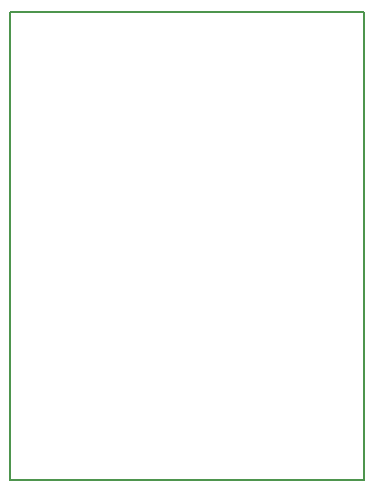
<source format=gbr>
G04 #@! TF.GenerationSoftware,KiCad,Pcbnew,(5.0.0)*
G04 #@! TF.CreationDate,2018-08-28T22:09:42+02:00*
G04 #@! TF.ProjectId,1u_mute_panel,31755F6D7574655F70616E656C2E6B69,rev?*
G04 #@! TF.SameCoordinates,Original*
G04 #@! TF.FileFunction,Profile,NP*
%FSLAX46Y46*%
G04 Gerber Fmt 4.6, Leading zero omitted, Abs format (unit mm)*
G04 Created by KiCad (PCBNEW (5.0.0)) date 08/28/18 22:09:42*
%MOMM*%
%LPD*%
G01*
G04 APERTURE LIST*
%ADD10C,0.200000*%
G04 APERTURE END LIST*
D10*
X0Y-39600000D02*
X0Y0D01*
X30000000Y-39600000D02*
X0Y-39600000D01*
X30000000Y0D02*
X30000000Y-39600000D01*
X0Y0D02*
X30000000Y0D01*
M02*

</source>
